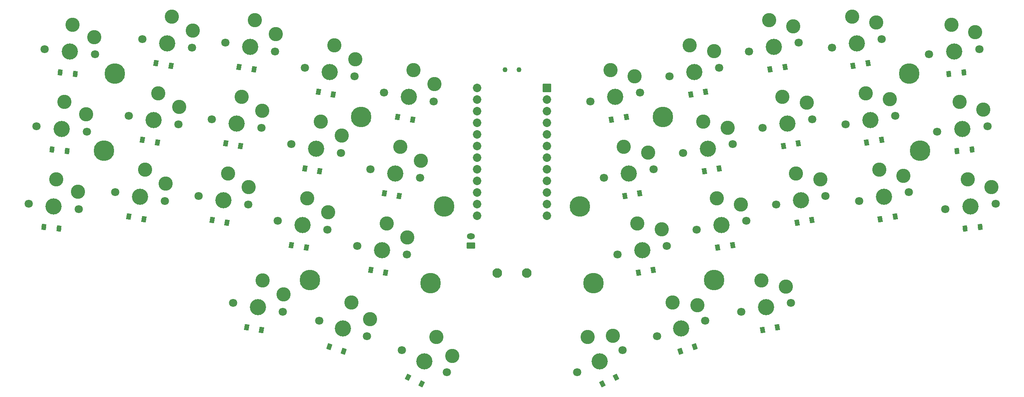
<source format=gbr>
%TF.GenerationSoftware,KiCad,Pcbnew,(6.0.7-1)-1*%
%TF.CreationDate,2022-09-13T11:26:26-04:00*%
%TF.ProjectId,egret,65677265-742e-46b6-9963-61645f706362,v1.0.0*%
%TF.SameCoordinates,Original*%
%TF.FileFunction,Soldermask,Top*%
%TF.FilePolarity,Negative*%
%FSLAX46Y46*%
G04 Gerber Fmt 4.6, Leading zero omitted, Abs format (unit mm)*
G04 Created by KiCad (PCBNEW (6.0.7-1)-1) date 2022-09-13 11:26:26*
%MOMM*%
%LPD*%
G01*
G04 APERTURE LIST*
G04 Aperture macros list*
%AMRoundRect*
0 Rectangle with rounded corners*
0 $1 Rounding radius*
0 $2 $3 $4 $5 $6 $7 $8 $9 X,Y pos of 4 corners*
0 Add a 4 corners polygon primitive as box body*
4,1,4,$2,$3,$4,$5,$6,$7,$8,$9,$2,$3,0*
0 Add four circle primitives for the rounded corners*
1,1,$1+$1,$2,$3*
1,1,$1+$1,$4,$5*
1,1,$1+$1,$6,$7*
1,1,$1+$1,$8,$9*
0 Add four rect primitives between the rounded corners*
20,1,$1+$1,$2,$3,$4,$5,0*
20,1,$1+$1,$4,$5,$6,$7,0*
20,1,$1+$1,$6,$7,$8,$9,0*
20,1,$1+$1,$8,$9,$2,$3,0*%
G04 Aperture macros list end*
%ADD10C,1.100000*%
%ADD11RoundRect,0.050000X-0.547352X-0.512743X0.338975X-0.669026X0.547352X0.512743X-0.338975X0.669026X0*%
%ADD12C,1.801800*%
%ADD13C,3.100000*%
%ADD14C,3.529000*%
%ADD15RoundRect,0.050000X-0.876300X0.876300X-0.876300X-0.876300X0.876300X-0.876300X0.876300X0.876300X0*%
%ADD16C,1.852600*%
%ADD17RoundRect,0.050000X-0.667480X-0.342009X0.141435X-0.736543X0.667480X0.342009X-0.141435X0.736543X0*%
%ADD18RoundRect,0.050000X-0.338975X-0.669026X0.547352X-0.512743X0.338975X0.669026X-0.547352X0.512743X0*%
%ADD19C,4.500000*%
%ADD20RoundRect,0.050000X-0.510252X-0.549675X0.384818X-0.643751X0.510252X0.549675X-0.384818X0.643751X0*%
%ADD21RoundRect,0.050000X0.850000X-0.600000X0.850000X0.600000X-0.850000X0.600000X-0.850000X-0.600000X0*%
%ADD22O,1.800000X1.300000*%
%ADD23RoundRect,0.050000X-0.242565X-0.709692X0.613386X-0.431576X0.242565X0.709692X-0.613386X0.431576X0*%
%ADD24RoundRect,0.050000X-0.384818X-0.643751X0.510252X-0.549675X0.384818X0.643751X-0.510252X0.549675X0*%
%ADD25RoundRect,0.050000X-0.141435X-0.736543X0.667480X-0.342009X0.141435X0.736543X-0.667480X0.342009X0*%
%ADD26C,2.100000*%
%ADD27RoundRect,0.050000X-0.613386X-0.431576X0.242565X-0.709692X0.613386X0.431576X-0.242565X0.709692X0*%
G04 APERTURE END LIST*
D10*
%TO.C,T1*%
X207955131Y-81516544D03*
X204955131Y-81516544D03*
%TD*%
D11*
%TO.C,D11*%
X161247908Y-103135767D03*
X164497774Y-103708805D03*
%TD*%
%TO.C,D15*%
X181514051Y-91858622D03*
X184763917Y-92431660D03*
%TD*%
D12*
%TO.C,S33*%
X223538688Y-88471611D03*
D13*
X233227989Y-82955276D03*
D12*
X234371574Y-86561481D03*
D14*
X228955131Y-87516546D03*
D13*
X227921924Y-81656940D03*
%TD*%
D15*
%TO.C,MCU1*%
X214075131Y-85546547D03*
D16*
X214075131Y-88086547D03*
X214075131Y-90626547D03*
X214075131Y-93166547D03*
X214075131Y-95706547D03*
X214075131Y-98246547D03*
X214075131Y-100786547D03*
X214075131Y-103326547D03*
X214075131Y-105866547D03*
X214075131Y-108406547D03*
X214075131Y-110946547D03*
X214075131Y-113486547D03*
X198835131Y-85546547D03*
X198835131Y-88086547D03*
X198835131Y-90626547D03*
X198835131Y-93166547D03*
X198835131Y-95706547D03*
X198835131Y-98246547D03*
X198835131Y-100786547D03*
X198835131Y-103326547D03*
X198835131Y-105866547D03*
X198835131Y-108406547D03*
X198835131Y-110946547D03*
X198835131Y-113486547D03*
%TD*%
D12*
%TO.C,S24*%
X276305892Y-76755692D03*
D13*
X285995193Y-71239357D03*
D14*
X281722335Y-75800627D03*
D13*
X280689128Y-69941021D03*
D12*
X287138778Y-74845562D03*
%TD*%
D13*
%TO.C,S7*%
X148998062Y-107246049D03*
X144456050Y-104211231D03*
D14*
X143422843Y-110070837D03*
D12*
X148839286Y-111025902D03*
X138006400Y-109115772D03*
%TD*%
D11*
%TO.C,D16*%
X148549900Y-137832910D03*
X151799766Y-138405948D03*
%TD*%
D17*
%TO.C,D18*%
X183769204Y-148793449D03*
X186735224Y-150240073D03*
%TD*%
D13*
%TO.C,S30*%
X250542116Y-77490688D03*
D14*
X246269258Y-82051958D03*
D13*
X245236051Y-76192352D03*
D12*
X240852815Y-83007023D03*
X251685701Y-81096893D03*
%TD*%
D18*
%TO.C,D24*%
X280913548Y-80715740D03*
X284163414Y-80142702D03*
%TD*%
%TO.C,D23*%
X283865569Y-97457472D03*
X287115435Y-96884434D03*
%TD*%
D13*
%TO.C,S25*%
X273760277Y-105509565D03*
D14*
X269487419Y-110070835D03*
D13*
X268454212Y-104211229D03*
D12*
X274903862Y-109115770D03*
X264070976Y-111025900D03*
%TD*%
D13*
%TO.C,S36*%
X228447781Y-139730095D03*
D12*
X230541070Y-142881387D03*
D14*
X225597703Y-145292428D03*
D13*
X222989395Y-139944603D03*
D12*
X220654336Y-147703469D03*
%TD*%
D18*
%TO.C,D25*%
X268678631Y-114985951D03*
X271928497Y-114412913D03*
%TD*%
D19*
%TO.C,PAD7*%
X117404224Y-99263565D03*
%TD*%
D18*
%TO.C,D22*%
X286817586Y-114199203D03*
X290067452Y-113626165D03*
%TD*%
D13*
%TO.C,S29*%
X248188069Y-92934084D03*
D12*
X243804833Y-99748755D03*
D13*
X253494134Y-94232420D03*
D14*
X249221276Y-98793690D03*
D12*
X254637719Y-97838625D03*
%TD*%
%TO.C,S17*%
X164333582Y-136422111D03*
D13*
X175478489Y-136100327D03*
X171403044Y-132462918D03*
D14*
X169564393Y-138121704D03*
D12*
X174795204Y-139821297D03*
%TD*%
D20*
%TO.C,D1*%
X104253651Y-115923686D03*
X107535573Y-116268630D03*
%TD*%
D14*
%TO.C,S18*%
X187312560Y-145292428D03*
D12*
X192255927Y-147703469D03*
D13*
X189920868Y-139944603D03*
X193450422Y-144113806D03*
D12*
X182369193Y-142881387D03*
%TD*%
D13*
%TO.C,S2*%
X113527469Y-91308219D03*
D12*
X113632748Y-95089941D03*
D13*
X108784822Y-88597629D03*
D12*
X102693008Y-93940127D03*
D14*
X108162878Y-94515034D03*
%TD*%
D12*
%TO.C,S23*%
X279257911Y-93497421D03*
X290090797Y-91587291D03*
D14*
X284674354Y-92542356D03*
D13*
X288947212Y-87981086D03*
X283641147Y-86682750D03*
%TD*%
D18*
%TO.C,D26*%
X265726614Y-98244220D03*
X268976480Y-97671182D03*
%TD*%
D12*
%TO.C,S22*%
X293042818Y-108329022D03*
D14*
X287626375Y-109284087D03*
D12*
X282209932Y-110239152D03*
D13*
X286593168Y-103424481D03*
X291899233Y-104722817D03*
%TD*%
D12*
%TO.C,S1*%
X100916024Y-110846999D03*
D13*
X107007838Y-105504501D03*
D12*
X111855764Y-111996813D03*
D14*
X106385894Y-111421906D03*
D13*
X111750485Y-108215091D03*
%TD*%
D21*
%TO.C,JST1*%
X197455133Y-119966543D03*
D22*
X197455133Y-117966543D03*
%TD*%
D18*
%TO.C,D30*%
X245460469Y-86967074D03*
X248710335Y-86394036D03*
%TD*%
D19*
%TO.C,PAD2*%
X188710933Y-128210614D03*
%TD*%
D13*
%TO.C,S34*%
X266192140Y-128929563D03*
D14*
X261919282Y-133490833D03*
D12*
X267335725Y-132535768D03*
D13*
X260886075Y-127631227D03*
D12*
X256502839Y-134445898D03*
%TD*%
D13*
%TO.C,S15*%
X184988339Y-81656939D03*
D14*
X183955132Y-87516545D03*
D12*
X189371575Y-88471610D03*
X178538689Y-86561480D03*
D13*
X189530351Y-84691757D03*
%TD*%
D19*
%TO.C,PAD11*%
X295506037Y-99263563D03*
%TD*%
D11*
%TO.C,D8*%
X143933784Y-97671184D03*
X147183650Y-98244222D03*
%TD*%
%TO.C,D7*%
X140981763Y-114412913D03*
X144231629Y-114985951D03*
%TD*%
D12*
%TO.C,S13*%
X172634652Y-120044942D03*
D13*
X179084302Y-115140401D03*
X183626314Y-118175219D03*
D14*
X178051095Y-121000007D03*
D12*
X183467538Y-121955072D03*
%TD*%
D18*
%TO.C,D27*%
X262774593Y-81502489D03*
X266024459Y-80929451D03*
%TD*%
D11*
%TO.C,D13*%
X175610013Y-125342084D03*
X178859879Y-125915122D03*
%TD*%
D13*
%TO.C,S11*%
X169264205Y-95968903D03*
D12*
X158272543Y-97838626D03*
D13*
X164722193Y-92934085D03*
D14*
X163688986Y-98793691D03*
D12*
X169105429Y-99748756D03*
%TD*%
D20*
%TO.C,D2*%
X106030634Y-99016817D03*
X109312556Y-99361761D03*
%TD*%
D11*
%TO.C,D5*%
X125794829Y-96884434D03*
X129044695Y-97457472D03*
%TD*%
D13*
%TO.C,S20*%
X304125440Y-88597629D03*
D14*
X304747384Y-94515034D03*
D12*
X299277514Y-95089941D03*
X310217254Y-93940127D03*
D13*
X309328012Y-90262935D03*
%TD*%
D23*
%TO.C,D35*%
X243229003Y-143101547D03*
X246367489Y-142081791D03*
%TD*%
D18*
%TO.C,D29*%
X248412489Y-103708804D03*
X251662355Y-103135766D03*
%TD*%
D13*
%TO.C,S31*%
X239132026Y-116438737D03*
D14*
X234859168Y-121000007D03*
D12*
X240275611Y-120044942D03*
X229442725Y-121955072D03*
D13*
X233825961Y-115140401D03*
%TD*%
D14*
%TO.C,S4*%
X125283890Y-109284087D03*
D12*
X119867447Y-108329022D03*
D13*
X130859109Y-106459299D03*
X126317097Y-103424481D03*
D12*
X130700333Y-110239152D03*
%TD*%
D14*
%TO.C,S26*%
X266535401Y-93329104D03*
D12*
X261118958Y-94284169D03*
D13*
X270808259Y-88767834D03*
D12*
X271951844Y-92374039D03*
D13*
X265502194Y-87469498D03*
%TD*%
D24*
%TO.C,D19*%
X305374689Y-116268631D03*
X308656611Y-115923687D03*
%TD*%
D11*
%TO.C,D14*%
X178562031Y-108600353D03*
X181811897Y-109173391D03*
%TD*%
%TO.C,D12*%
X164199926Y-86394035D03*
X167449792Y-86967073D03*
%TD*%
D12*
%TO.C,S35*%
X248576680Y-136422111D03*
D14*
X243345869Y-138121704D03*
D12*
X238115058Y-139821297D03*
D13*
X246942338Y-133010157D03*
X241507218Y-132462918D03*
%TD*%
D12*
%TO.C,S27*%
X258166939Y-77542438D03*
D13*
X267856240Y-72026103D03*
X262550175Y-70727767D03*
D12*
X268999825Y-75632308D03*
D14*
X263583382Y-76587373D03*
%TD*%
D18*
%TO.C,D34*%
X261110497Y-138405949D03*
X264360363Y-137832911D03*
%TD*%
D11*
%TO.C,D9*%
X146885803Y-80929451D03*
X150135669Y-81502489D03*
%TD*%
D12*
%TO.C,S3*%
X115409732Y-78183071D03*
D13*
X115304453Y-74401349D03*
X110561806Y-71690759D03*
D14*
X109939862Y-77608164D03*
D12*
X104469992Y-77033257D03*
%TD*%
D13*
%TO.C,S32*%
X230873944Y-98398670D03*
D14*
X231907151Y-104258276D03*
D12*
X226490708Y-105213341D03*
X237323594Y-103303211D03*
D13*
X236180009Y-99697006D03*
%TD*%
D19*
%TO.C,PAD9*%
X162334023Y-127558753D03*
%TD*%
%TO.C,PAD12*%
X239374398Y-91898836D03*
%TD*%
D12*
%TO.C,S14*%
X186419556Y-105213340D03*
X175586670Y-103303210D03*
D14*
X181003113Y-104258275D03*
D13*
X182036320Y-98398669D03*
X186578332Y-101433487D03*
%TD*%
D19*
%TO.C,PAD3*%
X224199330Y-128210613D03*
%TD*%
D18*
%TO.C,D28*%
X251364509Y-120450537D03*
X254614375Y-119877499D03*
%TD*%
D19*
%TO.C,PAD13*%
X250576238Y-127558754D03*
%TD*%
D12*
%TO.C,S19*%
X301054498Y-111996813D03*
D13*
X305902424Y-105504501D03*
D14*
X306524368Y-111421906D03*
D12*
X311994238Y-110846999D03*
D13*
X311104996Y-107169807D03*
%TD*%
D25*
%TO.C,D36*%
X226175040Y-150240074D03*
X229141060Y-148793450D03*
%TD*%
D24*
%TO.C,D21*%
X301820725Y-82454886D03*
X305102647Y-82109942D03*
%TD*%
D11*
%TO.C,D10*%
X158295888Y-119877499D03*
X161545754Y-120450537D03*
%TD*%
D13*
%TO.C,S21*%
X302348454Y-71690757D03*
X307551026Y-73356063D03*
D12*
X308440268Y-77033255D03*
D14*
X302970398Y-77608162D03*
D12*
X297500528Y-78183069D03*
%TD*%
D20*
%TO.C,D3*%
X107807617Y-82109944D03*
X111089539Y-82454888D03*
%TD*%
D13*
%TO.C,S6*%
X132221136Y-69941018D03*
D12*
X136604372Y-76755689D03*
X125771486Y-74845559D03*
D13*
X136763148Y-72975836D03*
D14*
X131187929Y-75800624D03*
%TD*%
D26*
%TO.C,B1*%
X209705130Y-126000007D03*
X203205130Y-126000007D03*
%TD*%
D12*
%TO.C,S28*%
X257589739Y-114580356D03*
D13*
X256446154Y-110974151D03*
D14*
X252173296Y-115535421D03*
D12*
X246756853Y-116490486D03*
D13*
X251140089Y-109675815D03*
%TD*%
D12*
%TO.C,S8*%
X151791303Y-94284169D03*
D13*
X147408067Y-87469498D03*
D12*
X140958417Y-92374039D03*
D13*
X151950079Y-90504316D03*
D14*
X146374860Y-93329104D03*
%TD*%
D18*
%TO.C,D31*%
X234050383Y-125915122D03*
X237300249Y-125342084D03*
%TD*%
D24*
%TO.C,D20*%
X303597708Y-99361759D03*
X306879630Y-99016815D03*
%TD*%
D19*
%TO.C,PAD8*%
X173535860Y-91898835D03*
%TD*%
%TO.C,PAD5*%
X221247311Y-111468882D03*
%TD*%
%TO.C,PAD10*%
X293144902Y-82417644D03*
%TD*%
D11*
%TO.C,D4*%
X122842810Y-113626166D03*
X126092676Y-114199204D03*
%TD*%
D12*
%TO.C,S5*%
X122819466Y-91587291D03*
X133652352Y-93497421D03*
D14*
X128235909Y-92542356D03*
D13*
X133811128Y-89717568D03*
X129269116Y-86682750D03*
%TD*%
%TO.C,S10*%
X161770174Y-109675818D03*
D12*
X155320524Y-114580359D03*
D14*
X160736967Y-115535424D03*
D13*
X166312186Y-112710636D03*
D12*
X166153410Y-116490489D03*
%TD*%
%TO.C,S16*%
X156407424Y-134445898D03*
D14*
X150990981Y-133490833D03*
D12*
X145574538Y-132535768D03*
D13*
X152024188Y-127631227D03*
X156566200Y-130666045D03*
%TD*%
D18*
%TO.C,D32*%
X231098364Y-109173392D03*
X234348230Y-108600354D03*
%TD*%
D19*
%TO.C,PAD4*%
X191662947Y-111468881D03*
%TD*%
D11*
%TO.C,D6*%
X128746848Y-80142700D03*
X131996714Y-80715738D03*
%TD*%
D12*
%TO.C,S9*%
X154743323Y-77542437D03*
D13*
X154902099Y-73762584D03*
X150360087Y-70727766D03*
D14*
X149326880Y-76587372D03*
D12*
X143910437Y-75632307D03*
%TD*%
D19*
%TO.C,PAD6*%
X119765361Y-82417643D03*
%TD*%
D27*
%TO.C,D17*%
X166542769Y-142081790D03*
X169681255Y-143101546D03*
%TD*%
D13*
%TO.C,S12*%
X167674212Y-76192353D03*
D12*
X161224562Y-81096894D03*
X172057448Y-83007024D03*
D13*
X172216224Y-79227171D03*
D14*
X166641005Y-82051959D03*
%TD*%
D18*
%TO.C,D33*%
X228146346Y-92431659D03*
X231396212Y-91858621D03*
%TD*%
M02*

</source>
